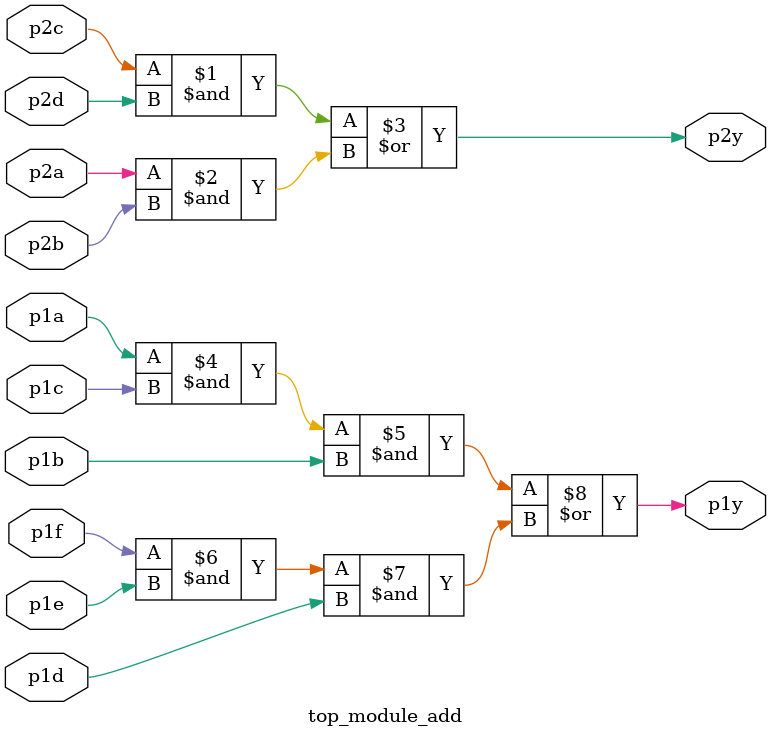
<source format=v>
module top_module_add(input wire p1a, p2a, p2b, p2c, p2d, p1c, p1b, p1f, p1e, p1d,
output wire p1y, p2y);




assign p2y = ((p2c & p2d) | (p2a & p2b));
assign p1y = ((p1a & p1c & p1b) | (p1f & p1e & p1d));

endmodule
</source>
